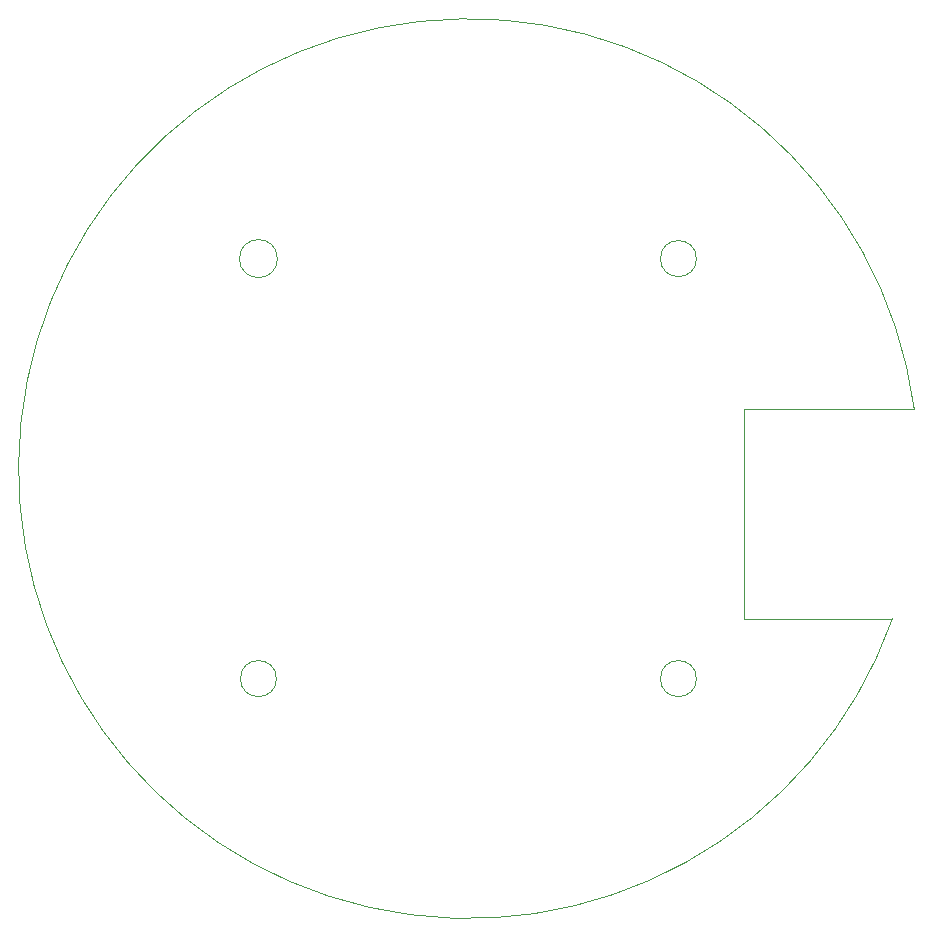
<source format=gbr>
G04 #@! TF.GenerationSoftware,KiCad,Pcbnew,(5.1.4)-1*
G04 #@! TF.CreationDate,2020-01-28T12:58:02-05:00*
G04 #@! TF.ProjectId,MASA-Radio Board,4d415341-2d52-4616-9469-6f20426f6172,rev?*
G04 #@! TF.SameCoordinates,Original*
G04 #@! TF.FileFunction,Profile,NP*
%FSLAX46Y46*%
G04 Gerber Fmt 4.6, Leading zero omitted, Abs format (unit mm)*
G04 Created by KiCad (PCBNEW (5.1.4)-1) date 2020-01-28 12:58:02*
%MOMM*%
%LPD*%
G04 APERTURE LIST*
%ADD10C,0.050000*%
G04 APERTURE END LIST*
D10*
X188297992Y-139719288D02*
G75*
G02X190144400Y-121920000I-35897992J12719288D01*
G01*
X175768000Y-139700000D02*
X188297992Y-139719289D01*
X175768000Y-121920000D02*
X175768000Y-139700000D01*
X190144400Y-121920000D02*
X175768000Y-121920000D01*
X136226437Y-109220000D02*
G75*
G03X136226437Y-109220000I-1606437J0D01*
G01*
X171704000Y-109220000D02*
G75*
G03X171704000Y-109220000I-1524000J0D01*
G01*
X136144000Y-144780000D02*
G75*
G03X136144000Y-144780000I-1524000J0D01*
G01*
X171704000Y-144780000D02*
G75*
G03X171704000Y-144780000I-1524000J0D01*
G01*
M02*

</source>
